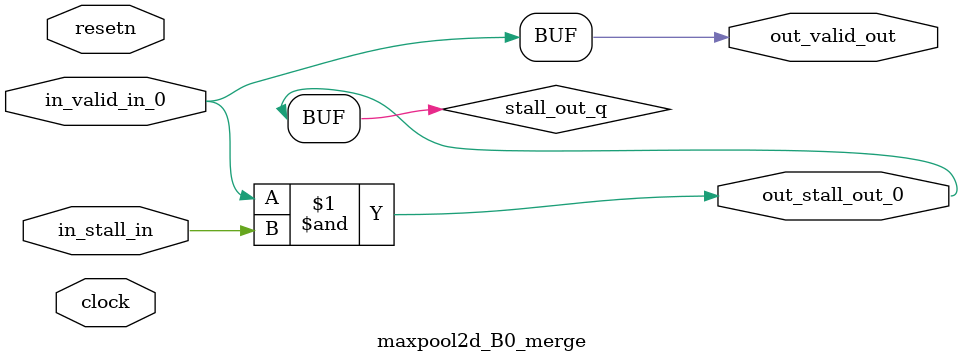
<source format=sv>



(* altera_attribute = "-name AUTO_SHIFT_REGISTER_RECOGNITION OFF; -name MESSAGE_DISABLE 10036; -name MESSAGE_DISABLE 10037; -name MESSAGE_DISABLE 14130; -name MESSAGE_DISABLE 14320; -name MESSAGE_DISABLE 15400; -name MESSAGE_DISABLE 14130; -name MESSAGE_DISABLE 10036; -name MESSAGE_DISABLE 12020; -name MESSAGE_DISABLE 12030; -name MESSAGE_DISABLE 12010; -name MESSAGE_DISABLE 12110; -name MESSAGE_DISABLE 14320; -name MESSAGE_DISABLE 13410; -name MESSAGE_DISABLE 113007; -name MESSAGE_DISABLE 10958" *)
module maxpool2d_B0_merge (
    input wire [0:0] in_stall_in,
    input wire [0:0] in_valid_in_0,
    output wire [0:0] out_stall_out_0,
    output wire [0:0] out_valid_out,
    input wire clock,
    input wire resetn
    );

    wire [0:0] stall_out_q;


    // stall_out(LOGICAL,6)
    assign stall_out_q = in_valid_in_0 & in_stall_in;

    // out_stall_out_0(GPOUT,4)
    assign out_stall_out_0 = stall_out_q;

    // out_valid_out(GPOUT,5)
    assign out_valid_out = in_valid_in_0;

endmodule

</source>
